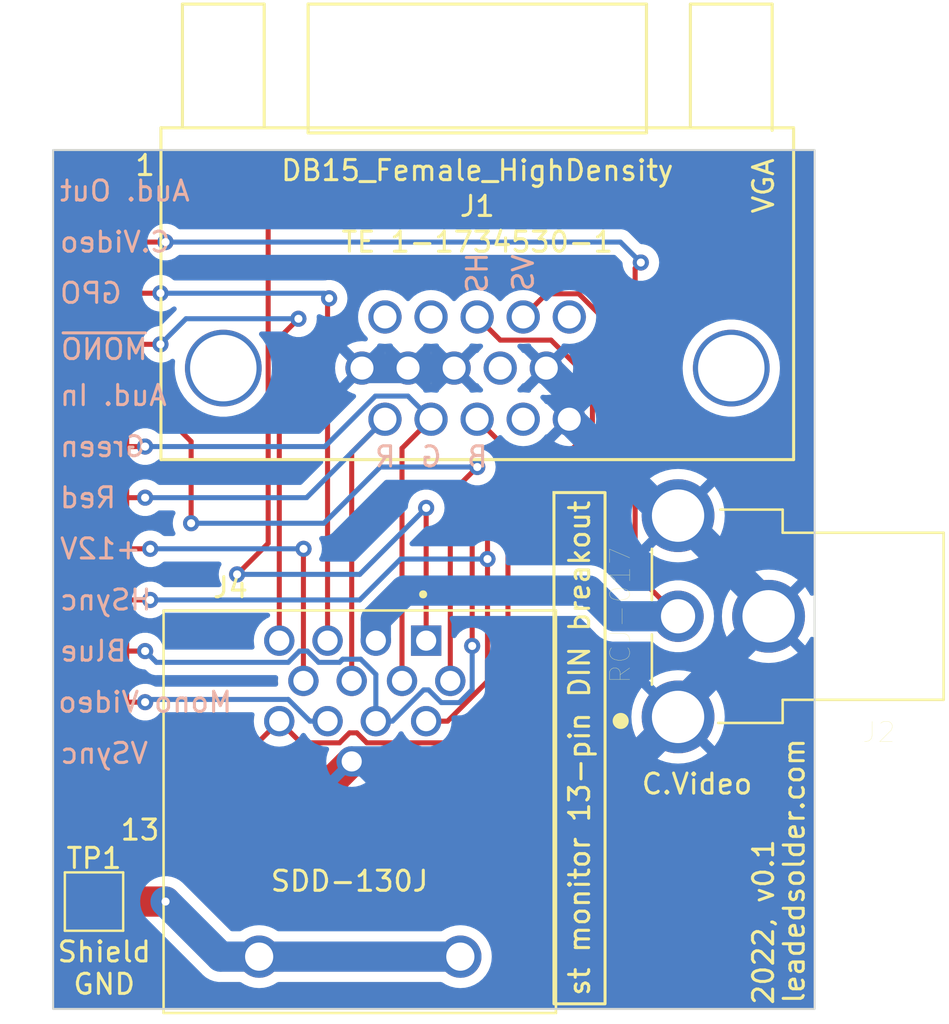
<source format=kicad_pcb>
(kicad_pcb (version 20221018) (generator pcbnew)
  (layers (0 "F.Cu" signal) (31 "B.Cu" signal) (34 "B.Paste" user) (35 "F.Paste" user) (36 "B.SilkS" user "B.Silkscreen") (37 "F.SilkS" user "F.Silkscreen") (38 "B.Mask" user) (39 "F.Mask" user) (44 "Edge.Cuts" user))
  (net 0 "")
  (net 2 "/VSYNC")
  (net 3 "/HSYNC")
  (net 6 "/VGND")
  (net 9 "/BLUE")
  (net 10 "/GREEN")
  (net 11 "/RED")
  (net 12 "/CVID")
  (net 13 "/AUDIO_OUT")
  (net 14 "/GPO")
  (net 15 "/~{MONO}")
  (net 16 "/AUDIO_IN")
  (net 17 "/+12V")
  (net 18 "/MONOVID")
  (net 19 "Net-(J4-PadE1)")
  (footprint "SDD-130J:CUI_SDD-130J" (layer "F.Cu") (at 130.048 112.9725)
    (fp_text reference "J4" (at -6.425 -18.335) (layer "F.SilkS"))
    (fp_text value "SDD-130J" (at -0.508 -3.7525) (layer "F.SilkS"))
    (fp_line (start -9.75 -17.2) (end 9.75 -17.2) (stroke (width 0.127)) (layer "F.SilkS"))
    (fp_line (start -9.75 2.8) (end -9.75 -17.2) (stroke (width 0.127)) (layer "F.SilkS"))
    (fp_line (start 9.75 -17.2) (end 9.75 2.8) (stroke (width 0.127)) (layer "F.SilkS"))
    (fp_line (start 9.75 2.8) (end -9.75 2.8) (stroke (width 0.127)) (layer "F.SilkS"))
    (fp_circle (center 3.15 -18) (end 3.25 -18) (stroke (width 0.2)) (fill none) (layer "F.SilkS"))
    (pad "1" thru_hole rect (at 3.3 -15.7) (size 1.508 1.508) (drill 1) (layers "*.Cu" "*.Mask") (net 13 "/AUDIO_OUT"))
    (pad "2" thru_hole circle (at 0.8 -15.7) (size 1.508 1.508) (drill 1) (layers "*.Cu" "*.Mask") (net 12 "/CVID"))
    (pad "3" thru_hole circle (at -1.6 -15.7) (size 1.508 1.508) (drill 1) (layers "*.Cu" "*.Mask") (net 14 "/GPO"))
    (pad "4" thru_hole circle (at -4 -15.7) (size 1.508 1.508) (drill 1) (layers "*.Cu" "*.Mask") (net 15 "/~{MONO}"))
    (pad "5" thru_hole circle (at 4.5 -13.7) (size 1.508 1.508) (drill 1) (layers "*.Cu" "*.Mask") (net 16 "/AUDIO_IN"))
    (pad "6" thru_hole circle (at 2.1 -13.7) (size 1.508 1.508) (drill 1) (layers "*.Cu" "*.Mask") (net 10 "/GREEN"))
    (pad "7" thru_hole circle (at -0.4 -13.7) (size 1.508 1.508) (drill 1) (layers "*.Cu" "*.Mask") (net 11 "/RED"))
    (pad "8" thru_hole circle (at -2.8 -13.7) (size 1.508 1.508) (drill 1) (layers "*.Cu" "*.Mask") (net 17 "/+12V"))
    (pad "9" thru_hole circle (at 3.3 -11.7) (size 1.508 1.508) (drill 1) (layers "*.Cu" "*.Mask") (net 3 "/HSYNC"))
    (pad "10" thru_hole circle (at 0.8 -11.7) (size 1.508 1.508) (drill 1) (layers "*.Cu" "*.Mask") (net 9 "/BLUE"))
    (pad "11" thru_hole circle (at -1.6 -11.7) (size 1.508 1.508) (drill 1) (layers "*.Cu" "*.Mask") (net 18 "/MONOVID"))
    (pad "12" thru_hole circle (at -4 -11.7) (size 1.508 1.508) (drill 1) (layers "*.Cu" "*.Mask") (net 2 "/VSYNC"))
    (pad "13" thru_hole circle (at -0.4 -9.7) (size 1.508 1.508) (drill 1) (layers "*.Cu" "*.Mask") (net 6 "/VGND"))
    (pad "E1" thru_hole circle (at -5 0) (size 2.1 2.1) (drill 1.4) (layers "*.Cu" "*.Mask") (net 19 "Net-(J4-PadE1)"))
    (pad "E2" thru_hole circle (at 5 0) (size 2.1 2.1) (drill 1.4) (layers "*.Cu" "*.Mask") (net 19 "Net-(J4-PadE1)"))
  )
  (footprint "Connector_TE_AMP_HD15:FIXED-1-1734530-1" (layer "F.Cu") (at 135.89 71.9201)
    (fp_text reference "J1" (at 0 3.7719) (layer "F.SilkS"))
    (fp_text value "DB15_Female_HighDensity" (at 0 1.9939) (layer "F.SilkS"))
    (fp_line (start -15.7226 -0.127) (end 15.7226 -0.127) (stroke (width 0.1524)) (layer "F.SilkS"))
    (fp_line (start -15.7226 16.3576) (end -15.7226 -0.127) (stroke (width 0.1524)) (layer "F.SilkS"))
    (fp_line (start -14.6558 -6.2738) (end -14.6558 -0.127) (stroke (width 0.1524)) (layer "F.SilkS"))
    (fp_line (start -10.5918 -6.2738) (end -14.6558 -6.2738) (stroke (width 0.1524)) (layer "F.SilkS"))
    (fp_line (start -10.5918 -0.127) (end -10.5918 -6.2738) (stroke (width 0.1524)) (layer "F.SilkS"))
    (fp_line (start -8.4074 -6.2738) (end 8.4074 -6.2738) (stroke (width 0.1524)) (layer "F.SilkS"))
    (fp_line (start -8.4074 0.127) (end -8.4074 -6.2738) (stroke (width 0.1524)) (layer "F.SilkS"))
    (fp_line (start 8.4074 -6.2738) (end 8.4074 0.127) (stroke (width 0.1524)) (layer "F.SilkS"))
    (fp_line (start 8.4074 0.127) (end -8.4074 0.127) (stroke (width 0.1524)) (layer "F.SilkS"))
    (fp_line (start 10.5918 -6.2738) (end 10.5918 -0.127) (stroke (width 0.1524)) (layer "F.SilkS"))
    (fp_line (start 14.6558 -6.2738) (end 10.5918 -6.2738) (stroke (width 0.1524)) (layer "F.SilkS"))
    (fp_line (start 14.6558 0) (end 14.6558 -6.2738) (stroke (width 0.1524)) (layer "F.SilkS"))
    (fp_line (start 15.7226 -0.127) (end 15.7226 16.3576) (stroke (width 0.1524)) (layer "F.SilkS"))
    (fp_line (start 15.7226 16.3576) (end -15.7226 16.3576) (stroke (width 0.1524)) (layer "F.SilkS"))
    (pad "1" thru_hole circle (at -4.588256 14.351) (size 1.651 1.651) (drill 1.143) (layers "*.Cu" "*.Mask") (net 11 "/RED"))
    (pad "2" thru_hole circle (at -2.298192 14.351) (size 1.651 1.651) (drill 1.143) (layers "*.Cu" "*.Mask") (net 10 "/GREEN"))
    (pad "3" thru_hole circle (at -0.008128 14.351) (size 1.651 1.651) (drill 1.143) (layers "*.Cu" "*.Mask") (net 9 "/BLUE"))
    (pad "4" thru_hole circle (at 2.281936 14.351) (size 1.651 1.651) (drill 1.143) (layers "*.Cu" "*.Mask"))
    (pad "5" thru_hole circle (at 4.572 14.351) (size 1.651 1.651) (drill 1.143) (layers "*.Cu" "*.Mask") (net 6 "/VGND"))
    (pad "6" thru_hole circle (at -5.730999 11.811) (size 1.651 1.651) (drill 1.143) (layers "*.Cu" "*.Mask") (net 6 "/VGND"))
    (pad "7" thru_hole circle (at -3.440999 11.811) (size 1.651 1.651) (drill 1.143) (layers "*.Cu" "*.Mask") (net 6 "/VGND"))
    (pad "8" thru_hole circle (at -1.151001 11.811) (size 1.651 1.651) (drill 1.143) (layers "*.Cu" "*.Mask") (net 6 "/VGND"))
    (pad "9" thru_hole circle (at 1.139 11.811) (size 1.651 1.651) (drill 1.143) (layers "*.Cu" "*.Mask"))
    (pad "10" thru_hole circle (at 3.429 11.811) (size 1.651 1.651) (drill 1.143) (layers "*.Cu" "*.Mask") (net 6 "/VGND"))
    (pad "11" thru_hole circle (at -4.587999 9.271) (size 1.651 1.651) (drill 1.143) (layers "*.Cu" "*.Mask"))
    (pad "12" thru_hole circle (at -2.297999 9.271) (size 1.651 1.651) (drill 1.143) (layers "*.Cu" "*.Mask"))
    (pad "13" thru_hole circle (at -0.008001 9.271) (size 1.651 1.651) (drill 1.143) (layers "*.Cu" "*.Mask") (net 3 "/HSYNC"))
    (pad "14" thru_hole circle (at 2.282 9.271) (size 1.651 1.651) (drill 1.143) (layers "*.Cu" "*.Mask") (net 2 "/VSYNC"))
    (pad "15" thru_hole circle (at 4.572 9.271) (size 1.651 1.651) (drill 1.143) (layers "*.Cu" "*.Mask"))
    (pad "16" thru_hole circle (at 12.6238 11.811) (size 3.81 3.81) (drill 3.302) (layers "*.Cu" "*.Mask"))
    (pad "17" thru_hole circle (at -12.6238 11.811) (size 3.81 3.81) (drill 3.302) (layers "*.Cu" "*.Mask"))
  )
  (footprint "Jacks:CUI_RCJ-017" (layer "F.Cu") (at 151.818 96.062 180)
    (fp_text reference "J2" (at -4.030465 -5.762825) (layer "F.SilkS") (effects (font (size 1.001362 1.001362) (thickness 0.015))))
    (fp_text value "RCJ-017" (at 8.816 0.05 90) (layer "F.SilkS") (effects (font (size 1.000024 1.000024) (thickness 0.015))))
    (fp_line (start -7.25 -4.15) (end -7.25 4.15) (stroke (width 0.127)) (layer "F.SilkS"))
    (fp_line (start -7.25 4.15) (end 0.75 4.15) (stroke (width 0.127)) (layer "F.SilkS"))
    (fp_line (start 0.75 -5.3) (end 0.75 -4.15) (stroke (width 0.127)) (layer "F.SilkS"))
    (fp_line (start 0.75 -4.15) (end -7.25 -4.15) (stroke (width 0.127)) (layer "F.SilkS"))
    (fp_line (start 0.75 4.15) (end 0.75 5.3) (stroke (width 0.127)) (layer "F.SilkS"))
    (fp_line (start 0.75 5.3) (end 3.85 5.3) (stroke (width 0.127)) (layer "F.SilkS"))
    (fp_line (start 3.95 -5.3) (end 0.75 -5.3) (stroke (width 0.127)) (layer "F.SilkS"))
    (fp_line (start 7.25 -0.9) (end 7.25 -3.4) (stroke (width 0.127)) (layer "F.SilkS"))
    (fp_line (start 7.25 3.35) (end 7.25 0.8) (stroke (width 0.127)) (layer "F.SilkS"))
    (fp_circle (center 8.8 -5.2) (end 9 -5.2) (stroke (width 0.4)) (fill none) (layer "F.SilkS"))
    (pad "1A" thru_hole circle (at 5.95 -5 180) (size 3.616 3.616) (drill 2.6) (layers "*.Cu" "*.Mask") (net 6 "/VGND"))
    (pad "1B" thru_hole circle (at 5.95 5 180) (size 3.616 3.616) (drill 2.6) (layers "*.Cu" "*.Mask") (net 6 "/VGND"))
    (pad "1C" thru_hole circle (at 1.45 0 180) (size 3.616 3.616) (drill 2.6) (layers "*.Cu" "*.Mask") (net 6 "/VGND"))
    (pad "2" thru_hole circle (at 5.95 0 180) (size 2.55 2.55) (drill 1.7) (layers "*.Cu" "*.Mask") (net 12 "/CVID"))
  )
  (footprint "Connectors:13p_GrabPads" (layer "F.Cu") (at 116.84 85.09)
    (fp_text reference "J3" hide)
    (fp_text value "Conn_01x13")
    (pad "1" smd roundrect (at 0 -10.16) (size 3.5 1.524) (layers "F.Cu" "F.Paste" "F.Mask") (net 13 "/AUDIO_OUT"))
    (pad "2" smd roundrect (at 0 -7.62) (size 3.5 1.524) (layers "F.Cu" "F.Paste" "F.Mask") (net 12 "/CVID"))
    (pad "3" smd roundrect (at 0 -5.08) (size 3.5 1.524) (layers "F.Cu" "F.Paste" "F.Mask") (net 14 "/GPO"))
    (pad "4" smd roundrect (at 0 -2.54) (size 3.5 1.524) (layers "F.Cu" "F.Paste" "F.Mask") (net 15 "/~{MONO}"))
    (pad "5" smd roundrect (at 0 0) (size 3.5 1.524) (layers "F.Cu" "F.Paste" "F.Mask") (net 16 "/AUDIO_IN"))
    (pad "6" smd roundrect (at 0 2.54) (size 3.5 1.524) (layers "F.Cu" "F.Paste" "F.Mask") (net 10 "/GREEN"))
    (pad "7" smd roundrect (at 0 5.08) (size 3.5 1.524) (layers "F.Cu" "F.Paste" "F.Mask") (net 11 "/RED"))
    (pad "8" smd roundrect (at 0 7.62) (size 3.5 1.524) (layers "F.Cu" "F.Paste" "F.Mask") (net 17 "/+12V"))
    (pad "9" smd roundrect (at 0 10.16) (size 3.5 1.524) (layers "F.Cu" "F.Paste" "F.Mask") (net 3 "/HSYNC"))
    (pad "10" smd roundrect (at 0 12.7) (size 3.5 1.524) (layers "F.Cu" "F.Paste" "F.Mask") (net 9 "/BLUE"))
    (pad "11" smd roundrect (at 0 15.24) (size 3.5 1.524) (layers "F.Cu" "F.Paste" "F.Mask") (net 18 "/MONOVID"))
    (pad "12" smd roundrect (at 0 17.78) (size 3.5 1.524) (layers "F.Cu" "F.Paste" "F.Mask") (net 2 "/VSYNC"))
    (pad "13" smd roundrect (at 0 20.32) (size 3.5 1.524) (layers "F.Cu" "F.Paste" "F.Mask") (net 6 "/VGND"))
  )
  (footprint "TestPoint:TestPoint_Pad_2.5x2.5mm" (layer "F.Cu") (at 116.84 110.236)
    (fp_text reference "TP1" (at 0 -2.148) (layer "F.SilkS"))
    (fp_text value "TestPoint")
    (fp_line (start -1.45 -1.45) (end 1.45 -1.45) (stroke (width 0.12)) (layer "F.SilkS"))
    (fp_line (start -1.45 1.45) (end -1.45 -1.45) (stroke (width 0.12)) (layer "F.SilkS"))
    (fp_line (start 1.45 -1.45) (end 1.45 1.45) (stroke (width 0.12)) (layer "F.SilkS"))
    (fp_line (start 1.45 1.45) (end -1.45 1.45) (stroke (width 0.12)) (layer "F.SilkS"))
    (pad "1" smd rect (at 0 0) (size 2.5 2.5) (layers "F.Cu" "F.Mask") (net 19 "Net-(J4-PadE1)"))
  )
  (gr_rect (start 139.7 89.916) (end 142.24 115.316) (stroke (width 0.15)) (fill none) (layer "F.SilkS"))
  (gr_rect (start 114.808 72.898) (end 152.654 115.57) (stroke (width 0.1)) (fill none) (layer "Edge.Cuts"))
  (gr_text "Mono Video" (at 119.38 100.33) (layer "B.SilkS") (effects (font (size 1 1)) (justify mirror)))
  (gr_text "VSync" (at 117.348 102.87) (layer "B.SilkS") (effects (font (size 1 1)) (justify mirror)))
  (gr_text "Red" (at 115.062 90.17) (layer "B.SilkS") (effects (font (size 1 1)) (justify right mirror)))
  (gr_text "G" (at 133.604 88.138) (layer "B.SilkS") (effects (font (size 1 1)) (justify mirror)))
  (gr_text "Aud. Out" (at 115.062 74.93) (layer "B.SilkS") (effects (font (size 1 1)) (justify right mirror)))
  (gr_text "B" (at 135.89 88.138) (layer "B.SilkS") (effects (font (size 1 1)) (justify mirror)))
  (gr_text "HSync" (at 115.062 95.25) (layer "B.SilkS") (effects (font (size 1 1)) (justify right mirror)))
  (gr_text "Blue" (at 115.062 97.79) (layer "B.SilkS") (effects (font (size 1 1)) (justify right mirror)))
  (gr_text "GPO" (at 115.062 80.01) (layer "B.SilkS") (effects (font (size 1 1)) (justify right mirror)))
  (gr_text "Green" (at 115.062 87.63) (layer "B.SilkS") (effects (font (size 1 1)) (justify right mirror)))
  (gr_text "~{MONO}" (at 117.348 82.804) (layer "B.SilkS") (effects (font (size 1 1)) (justify mirror)))
  (gr_text "+12V" (at 115.062 92.71) (layer "B.SilkS") (effects (font (size 1 1)) (justify right mirror)))
  (gr_text "Aud. In" (at 115.062 85.09) (layer "B.SilkS") (effects (font (size 1 1)) (justify right mirror)))
  (gr_text "HS" (at 135.89 78.994 90) (layer "B.SilkS") (effects (font (size 1 1)) (justify mirror)))
  (gr_text "C.Video" (at 115.062 77.47) (layer "B.SilkS") (effects (font (size 1 1)) (justify right mirror)))
  (gr_text "VS" (at 138.176 78.994 90) (layer "B.SilkS") (effects (font (size 1 1)) (justify mirror)))
  (gr_text "R" (at 131.318 88.138) (layer "B.SilkS") (effects (font (size 1 1)) (justify mirror)))
  (gr_text "TE 1-1734530-1" (at 135.89 77.47) (layer "F.SilkS") (effects (font (size 1 1))))
  (gr_text "2022, v0.1" (at 150.114 111.252 90) (layer "F.SilkS") (effects (font (size 1 1))))
  (gr_text "Shield\nGND" (at 117.348 113.538) (layer "F.SilkS") (effects (font (size 1 1))))
  (gr_text "C.Video" (at 146.812 104.394) (layer "F.SilkS") (effects (font (size 1 1))))
  (gr_text "1" (at 119.38 73.66) (layer "F.SilkS") (effects (font (size 1 1))))
  (gr_text "13" (at 119.126 106.68) (layer "F.SilkS") (effects (font (size 1 1))))
  (gr_text "VGA" (at 150.114 74.676 90) (layer "F.SilkS") (effects (font (size 1 1))))
  (gr_text "leadedsolder.com" (at 151.638 108.712 90) (layer "F.SilkS") (effects (font (size 1 1))))
  (gr_text "st monitor 13-pin DIN breakout" (at 140.97 102.616 90) (layer "F.SilkS") (effects (font (size 1 1))))
  (segment (start 137.414 91.948) (end 142.494 86.868) (width 0.25) (layer "F.Cu") (net 2))
  (segment (start 140.938351 80.041089) (end 139.322011 80.041089) (width 0.25) (layer "F.Cu") (net 2))
  (segment (start 130.401265 102.351011) (end 134.884989 102.351011) (width 0.25) (layer "F.Cu") (net 2))
  (segment (start 139.322011 80.041089) (end 138.172 81.1911) (width 0.25) (layer "F.Cu") (net 2))
  (segment (start 129.904254 101.854) (end 130.401265 102.351011) (width 0.25) (layer "F.Cu") (net 2))
  (segment (start 129.54 101.854) (end 129.904254 101.854) (width 0.25) (layer "F.Cu") (net 2))
  (segment (start 127.126511 102.351011) (end 129.042989 102.351011) (width 0.25) (layer "F.Cu") (net 2))
  (segment (start 126.048 101.2725) (end 124.4505 102.87) (width 0.25) (layer "F.Cu") (net 2))
  (segment (start 137.414 99.822) (end 137.414 91.948) (width 0.25) (layer "F.Cu") (net 2))
  (segment (start 134.884989 102.351011) (end 137.414 99.822) (width 0.25) (layer "F.Cu") (net 2))
  (segment (start 142.494 86.868) (end 142.494 81.596738) (width 0.25) (layer "F.Cu") (net 2))
  (segment (start 129.042989 102.351011) (end 129.54 101.854) (width 0.25) (layer "F.Cu") (net 2))
  (segment (start 126.048 101.2725) (end 127.126511 102.351011) (width 0.25) (layer "F.Cu") (net 2))
  (segment (start 124.4505 102.87) (end 116.84 102.87) (width 0.25) (layer "F.Cu") (net 2))
  (segment (start 142.494 81.596738) (end 140.938351 80.041089) (width 0.25) (layer "F.Cu") (net 2))
  (segment (start 141.612011 84.397749) (end 139.555373 82.341111) (width 0.25) (layer "F.Cu") (net 3))
  (segment (start 137.03201 82.341111) (end 135.881999 81.1911) (width 0.25) (layer "F.Cu") (net 3))
  (segment (start 136.398 93.218) (end 136.398 91.961462) (width 0.25) (layer "F.Cu") (net 3))
  (segment (start 139.555373 82.341111) (end 137.03201 82.341111) (width 0.25) (layer "F.Cu") (net 3))
  (segment (start 116.84 95.25) (end 119.634 95.25) (width 0.25) (layer "F.Cu") (net 3))
  (segment (start 136.398 99.288817) (end 136.398 93.218) (width 0.25) (layer "F.Cu") (net 3))
  (segment (start 141.612011 86.747451) (end 141.612011 84.397749) (width 0.25) (layer "F.Cu") (net 3))
  (segment (start 134.414317 101.2725) (end 136.398 99.288817) (width 0.25) (layer "F.Cu") (net 3))
  (segment (start 136.398 91.961462) (end 141.612011 86.747451) (width 0.25) (layer "F.Cu") (net 3))
  (segment (start 133.348 101.2725) (end 134.414317 101.2725) (width 0.25) (layer "F.Cu") (net 3))
  (via (at 136.398 93.218) (size 0.8) (drill 0.4) (layers "F.Cu" "B.Cu") (net 3))
  (via (at 119.634 95.25) (size 0.8) (drill 0.4) (layers "F.Cu" "B.Cu") (net 3))
  (segment (start 130.048 95.25) (end 132.08 93.218) (width 0.25) (layer "B.Cu") (net 3))
  (segment (start 132.08 93.218) (end 136.398 93.218) (width 0.25) (layer "B.Cu") (net 3))
  (segment (start 119.634 95.25) (end 130.048 95.25) (width 0.25) (layer "B.Cu") (net 3))
  (segment (start 116.84 105.41) (end 127.5105 105.41) (width 1.5) (layer "F.Cu") (net 6))
  (segment (start 127.5105 105.41) (end 129.648 103.2725) (width 1.5) (layer "F.Cu") (net 6))
  (segment (start 145.2529 91.062) (end 140.462 86.2711) (width 1.5) (layer "B.Cu") (net 6))
  (segment (start 150.368 95.562) (end 145.868 91.062) (width 1.5) (layer "B.Cu") (net 6))
  (segment (start 143.6575 103.2725) (end 145.868 101.062) (width 1.5) (layer "B.Cu") (net 6))
  (segment (start 129.648 103.2725) (end 143.6575 103.2725) (width 1.5) (layer "B.Cu") (net 6))
  (segment (start 140.462 86.2711) (end 140.462 84.8741) (width 1.5) (layer "B.Cu") (net 6))
  (segment (start 140.462 84.8741) (end 139.319 83.7311) (width 1.5) (layer "B.Cu") (net 6))
  (segment (start 145.868 91.062) (end 145.2529 91.062) (width 1.5) (layer "B.Cu") (net 6))
  (segment (start 134.738999 83.7311) (end 130.159001 83.7311) (width 1.5) (layer "B.Cu") (net 6))
  (segment (start 150.368 96.062) (end 150.368 95.562) (width 1.5) (layer "B.Cu") (net 6))
  (segment (start 145.868 101.062) (end 145.868 100.562) (width 1.5) (layer "B.Cu") (net 6))
  (segment (start 145.868 100.562) (end 150.368 96.062) (width 1.5) (layer "B.Cu") (net 6))
  (segment (start 137.16 87.549228) (end 137.16 90.17) (width 0.25) (layer "F.Cu") (net 9))
  (segment (start 135.881872 86.2711) (end 137.16 87.549228) (width 0.25) (layer "F.Cu") (net 9))
  (segment (start 137.16 90.17) (end 135.636 91.694) (width 0.25) (layer "F.Cu") (net 9))
  (segment (start 135.636 91.694) (end 135.636 97.536) (width 0.25) (layer "F.Cu") (net 9))
  (segment (start 116.84 97.79) (end 119.38 97.79) (width 0.25) (layer "F.Cu") (net 9))
  (via (at 119.38 97.79) (size 0.8) (drill 0.4) (layers "F.Cu" "B.Cu") (net 9))
  (via (at 135.636 97.536) (size 0.8) (drill 0.4) (layers "F.Cu" "B.Cu") (net 9))
  (segment (start 119.38 97.79) (end 119.941011 98.351011) (width 0.25) (layer "B.Cu") (net 9))
  (segment (start 126.494735 98.351011) (end 127.055746 97.79) (width 0.25) (layer "B.Cu") (net 9))
  (segment (start 127.055746 97.79) (end 127.440254 97.79) (width 0.25) (layer "B.Cu") (net 9))
  (segment (start 129.201265 98.193989) (end 130.094735 98.193989) (width 0.25) (layer "B.Cu") (net 9))
  (segment (start 119.941011 98.351011) (end 126.494735 98.351011) (width 0.25) (layer "B.Cu") (net 9))
  (segment (start 131.673246 101.2725) (end 130.848 101.2725) (width 0.25) (layer "B.Cu") (net 9))
  (segment (start 129.044243 98.351011) (end 129.201265 98.193989) (width 0.25) (layer "B.Cu") (net 9))
  (segment (start 135.636 97.536) (end 135.636 99.709746) (width 0.25) (layer "B.Cu") (net 9))
  (segment (start 133.469489 99.719235) (end 133.226511 99.719235) (width 0.25) (layer "B.Cu") (net 9))
  (segment (start 135.636 99.709746) (end 134.994735 100.351011) (width 0.25) (layer "B.Cu") (net 9))
  (segment (start 134.994735 100.351011) (end 134.101265 100.351011) (width 0.25) (layer "B.Cu") (net 9))
  (segment (start 127.440254 97.79) (end 128.001265 98.351011) (width 0.25) (layer "B.Cu") (net 9))
  (segment (start 134.101265 100.351011) (end 133.469489 99.719235) (width 0.25) (layer "B.Cu") (net 9))
  (segment (start 130.848 98.947254) (end 130.848 101.2725) (width 0.25) (layer "B.Cu") (net 9))
  (segment (start 130.094735 98.193989) (end 130.848 98.947254) (width 0.25) (layer "B.Cu") (net 9))
  (segment (start 133.226511 99.719235) (end 131.673246 101.2725) (width 0.25) (layer "B.Cu") (net 9))
  (segment (start 128.001265 98.351011) (end 129.044243 98.351011) (width 0.25) (layer "B.Cu") (net 9))
  (segment (start 116.84 87.63) (end 119.38 87.63) (width 0.25) (layer "F.Cu") (net 10))
  (segment (start 132.148 87.714908) (end 133.591808 86.2711) (width 0.25) (layer "F.Cu") (net 10))
  (segment (start 132.148 99.2725) (end 132.148 87.714908) (width 0.25) (layer "F.Cu") (net 10))
  (via (at 119.38 87.63) (size 0.8) (drill 0.4) (layers "F.Cu" "B.Cu") (net 10))
  (segment (start 130.825393 85.121089) (end 132.441797 85.121089) (width 0.25) (layer "B.Cu") (net 10))
  (segment (start 132.441797 85.121089) (end 133.591808 86.2711) (width 0.25) (layer "B.Cu") (net 10))
  (segment (start 119.38 87.63) (end 128.316482 87.63) (width 0.25) (layer "B.Cu") (net 10))
  (segment (start 128.316482 87.63) (end 130.825393 85.121089) (width 0.25) (layer "B.Cu") (net 10))
  (segment (start 129.648 87.924844) (end 131.301744 86.2711) (width 0.25) (layer "F.Cu") (net 11))
  (segment (start 116.84 90.17) (end 119.38 90.17) (width 0.25) (layer "F.Cu") (net 11))
  (segment (start 129.648 99.2725) (end 129.648 87.924844) (width 0.25) (layer "F.Cu") (net 11))
  (via (at 119.38 90.17) (size 0.8) (drill 0.4) (layers "F.Cu" "B.Cu") (net 11))
  (segment (start 127.402844 90.17) (end 131.301744 86.2711) (width 0.25) (layer "B.Cu") (net 11))
  (segment (start 119.38 90.17) (end 127.402844 90.17) (width 0.25) (layer "B.Cu") (net 11))
  (segment (start 143.735489 78.768511) (end 143.735489 93.929489) (width 0.25) (layer "F.Cu") (net 12))
  (segment (start 116.84 77.47) (end 120.396 77.47) (width 0.25) (layer "F.Cu") (net 12))
  (segment (start 143.735489 93.929489) (end 145.868 96.062) (width 0.25) (layer "F.Cu") (net 12))
  (segment (start 144.018 78.486) (end 143.735489 78.768511) (width 0.25) (layer "F.Cu") (net 12))
  (via (at 144.018 78.486) (size 0.8) (drill 0.4) (layers "F.Cu" "B.Cu") (net 12))
  (via (at 120.396 77.47) (size 0.8) (drill 0.4) (layers "F.Cu" "B.Cu") (net 12))
  (segment (start 143.002 77.47) (end 144.018 78.486) (width 0.25) (layer "B.Cu") (net 12))
  (segment (start 141.4405 94.787) (end 142.7155 96.062) (width 1.5) (layer "B.Cu") (net 12))
  (segment (start 130.848 96.206183) (end 132.267183 94.787) (width 1.5) (layer "B.Cu") (net 12))
  (segment (start 132.267183 94.787) (end 141.4405 94.787) (width 1.5) (layer "B.Cu") (net 12))
  (segment (start 130.848 97.2725) (end 130.848 96.206183) (width 1.5) (layer "B.Cu") (net 12))
  (segment (start 120.396 77.47) (end 143.002 77.47) (width 0.25) (layer "B.Cu") (net 12))
  (segment (start 142.7155 96.062) (end 145.868 96.062) (width 1.5) (layer "B.Cu") (net 12))
  (segment (start 125.495711 92.436289) (end 125.495711 74.949711) (width 0.25) (layer "F.Cu") (net 13))
  (segment (start 125.495711 74.949711) (end 125.476 74.93) (width 0.25) (layer "F.Cu") (net 13))
  (segment (start 125.476 74.93) (end 116.84 74.93) (width 0.25) (layer "F.Cu") (net 13))
  (segment (start 133.348 97.2725) (end 133.348 90.68) (width 0.25) (layer "F.Cu") (net 13))
  (segment (start 123.952 93.98) (end 125.495711 92.436289) (width 0.25) (layer "F.Cu") (net 13))
  (segment (start 133.348 90.68) (end 133.35 90.678) (width 0.25) (layer "F.Cu") (net 13))
  (via (at 123.952 93.98) (size 0.8) (drill 0.4) (layers "F.Cu" "B.Cu") (net 13))
  (via (at 133.35 90.678) (size 0.8) (drill 0.4) (layers "F.Cu" "B.Cu") (net 13))
  (segment (start 130.048 93.98) (end 123.952 93.98) (width 0.25) (layer "B.Cu") (net 13))
  (segment (start 133.35 90.678) (end 130.048 93.98) (width 0.25) (layer "B.Cu") (net 13))
  (segment (start 116.84 80.01) (end 120.142 80.01) (width 0.25) (layer "F.Cu") (net 14))
  (segment (start 128.524 80.264) (end 128.448 80.34) (width 0.25) (layer "F.Cu") (net 14))
  (segment (start 128.448 80.34) (end 128.448 97.2725) (width 0.25) (layer "F.Cu") (net 14))
  (via (at 120.142 80.01) (size 0.8) (drill 0.4) (layers "F.Cu" "B.Cu") (net 14))
  (via (at 128.524 80.264) (size 0.8) (drill 0.4) (layers "F.Cu" "B.Cu") (net 14))
  (segment (start 128.27 80.01) (end 128.524 80.264) (width 0.25) (layer "B.Cu") (net 14))
  (segment (start 120.142 80.01) (end 128.27 80.01) (width 0.25) (layer "B.Cu") (net 14))
  (segment (start 126.048 97.2725) (end 126.048 82.232) (width 0.25) (layer "F.Cu") (net 15))
  (segment (start 126.048 82.232) (end 127 81.28) (width 0.25) (layer "F.Cu") (net 15))
  (segment (start 120.142 82.55) (end 116.84 82.55) (width 0.25) (layer "F.Cu") (net 15))
  (via (at 127 81.28) (size 0.8) (drill 0.4) (layers "F.Cu" "B.Cu") (net 15))
  (via (at 120.142 82.55) (size 0.8) (drill 0.4) (layers "F.Cu" "B.Cu") (net 15))
  (segment (start 127 81.28) (end 121.412 81.28) (width 0.25) (layer "B.Cu") (net 15))
  (segment (start 121.412 81.28) (end 120.142 82.55) (width 0.25) (layer "B.Cu") (net 15))
  (segment (start 121.666 87.376) (end 119.38 85.09) (width 0.25) (layer "F.Cu") (net 16))
  (segment (start 134.548 89.988) (end 135.89 88.646) (width 0.25) (layer "F.Cu") (net 16))
  (segment (start 134.548 99.2725) (end 134.548 89.988) (width 0.25) (layer "F.Cu") (net 16))
  (segment (start 116.84 85.09) (end 119.38 85.09) (width 0.25) (layer "F.Cu") (net 16))
  (segment (start 121.666 91.44) (end 121.666 87.376) (width 0.25) (layer "F.Cu") (net 16))
  (via (at 121.666 91.44) (size 0.8) (drill 0.4) (layers "F.Cu" "B.Cu") (net 16))
  (via (at 135.89 88.646) (size 0.8) (drill 0.4) (layers "F.Cu" "B.Cu") (net 16))
  (segment (start 131.064 88.646) (end 128.27 91.44) (width 0.25) (layer "B.Cu") (net 16))
  (segment (start 128.27 91.44) (end 121.666 91.44) (width 0.25) (layer "B.Cu") (net 16))
  (segment (start 135.89 88.646) (end 131.064 88.646) (width 0.25) (layer "B.Cu") (net 16))
  (segment (start 116.84 92.71) (end 119.634 92.71) (width 0.25) (layer "F.Cu") (net 17))
  (segment (start 127.248 92.716) (end 127.248 99.2725) (width 0.25) (layer "F.Cu") (net 17))
  (segment (start 127.254 92.71) (end 127.248 92.716) (width 0.25) (layer "F.Cu") (net 17))
  (via (at 119.634 92.71) (size 0.8) (drill 0.4) (layers "F.Cu" "B.Cu") (net 17))
  (via (at 127.254 92.71) (size 0.8) (drill 0.4) (layers "F.Cu" "B.Cu") (net 17))
  (segment (start 119.634 92.71) (end 127.254 92.71) (width 0.25) (layer "B.Cu") (net 17))
  (segment (start 119.38 100.33) (end 116.84 100.33) (width 0.25) (layer "F.Cu") (net 18))
  (via (at 119.38 100.33) (size 0.8) (drill 0.4) (layers "F.Cu" "B.Cu") (net 18))
  (segment (start 127.573246 101.2725) (end 126.494735 100.193989) (width 0.25) (layer "B.Cu") (net 18))
  (segment (start 128.448 101.2725) (end 127.573246 101.2725) (width 0.25) (layer "B.Cu") (net 18))
  (segment (start 119.516011 100.193989) (end 119.38 100.33) (width 0.25) (layer "B.Cu") (net 18))
  (segment (start 126.494735 100.193989) (end 119.516011 100.193989) (width 0.25) (layer "B.Cu") (net 18))
  (segment (start 120.396 110.236) (end 116.84 110.236) (width 1.5) (layer "F.Cu") (net 19))
  (via (at 120.396 110.236) (size 0.8) (drill 0.4) (layers "F.Cu" "B.Cu") (net 19))
  (segment (start 135.048 112.9725) (end 125.048 112.9725) (width 1.5) (layer "B.Cu") (net 19))
  (segment (start 125.048 112.9725) (end 123.1325 112.9725) (width 1.5) (layer "B.Cu") (net 19))
  (segment (start 123.1325 112.9725) (end 120.396 110.236) (width 1.5) (layer "B.Cu") (net 19))
  (zone (net 6) (net_name "/VGND") (layer "B.Cu") (connect_pads (clearance 0.508)) (min_thickness 0.254) (fill yes (thermal_gap 0.508) (thermal_bridge_width 0.508))
    (polygon (pts (xy 152.654 116.332) (xy 114.808 116.332) (xy 114.808 72.898) (xy 152.654 72.898)))
  )
)
</source>
